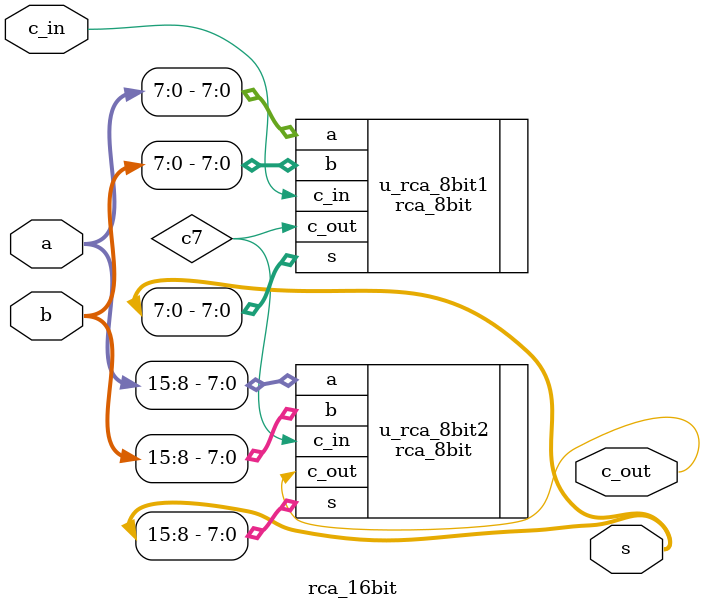
<source format=v>
module rca_16bit(
    input [15:0] a,
    input [15:0] b,
    input c_in,
    output [15:0] s,
    output c_out
);


wire c7;


rca_8bit u_rca_8bit1(
    .a(a[7:0]),
    .b(b[7:0]),
    .c_in(c_in),
    .s(s[7:0]),
    .c_out(c7)
);

rca_8bit u_rca_8bit2(
    .a(a[15:8]),
    .b(b[15:8]),
    .c_in(c7),
    .s(s[15:8]),
    .c_out(c_out)
);

endmodule
</source>
